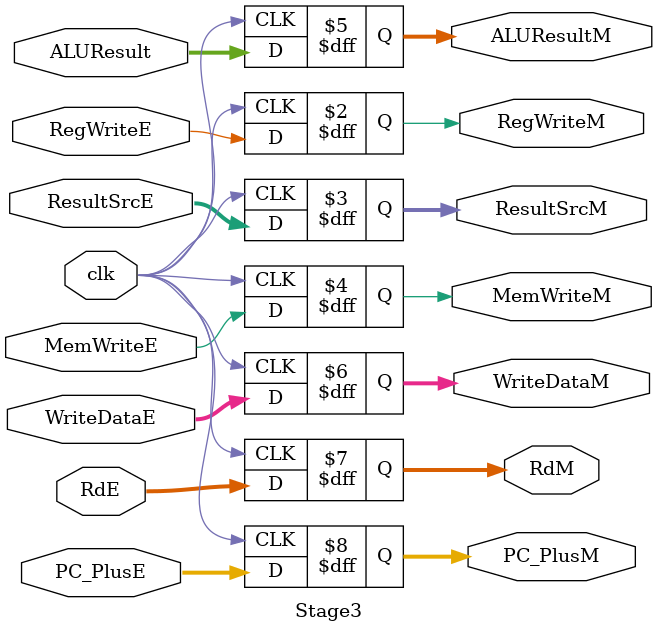
<source format=sv>
module Stage3#(
    parameter DATA_WIDTH = 32
)(
    input logic                     clk,

    // control input 
    input logic                        RegWriteE,
    input logic[1:0]                   ResultSrcE,
    input logic                        MemWriteE,
    // ALU input
    input logic[DATA_WIDTH-1:0]        ALUResult,
    //regfile input
    input logic[DATA_WIDTH-1:0]        WriteDataE,
    //rd
    input logic[4:0]                   RdE,
    //PC input
    input logic[DATA_WIDTH-1:0]        PC_PlusE,

    // control output 
    output logic                        RegWriteM,
    output logic[1:0]                   ResultSrcM,
    output logic                        MemWriteM,
    // ALU output
    output logic[DATA_WIDTH-1:0]        ALUResultM,
    //regfile output
    output logic[DATA_WIDTH-1:0]        WriteDataM,
    //rd
    output logic[4:0]                   RdM,
    //PC output
    output logic[DATA_WIDTH-1:0]        PC_PlusM

);

always_ff @(posedge clk) begin
    //control
    RegWriteM <= RegWriteE;
    ResultSrcM <= ResultSrcE;
    MemWriteM <= MemWriteE;
    //alu
    ALUResultM <= ALUResult;
    //regfile
    WriteDataM <= WriteDataE;
    //rd
    RdM <= RdE;
    //PC
    PC_PlusM <= PC_PlusE;
end
    
endmodule

</source>
